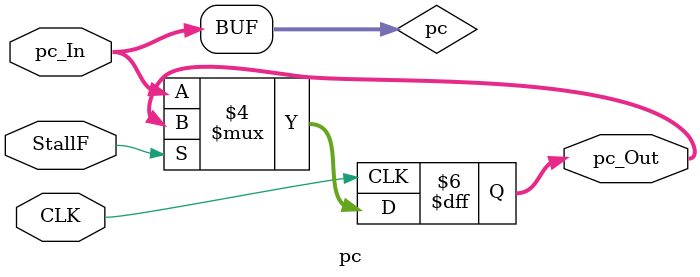
<source format=v>
`timescale 1ns / 1ps

module pc # (  parameter WL = 32 )
(
    input CLK,
    input StallF,
    input [WL - 1 : 0] pc_In,
    output reg [WL - 1 : 0] pc_Out
);
    wire [WL - 1 : 0] pc;
    assign pc = pc_In;
    
    initial pc_Out <= 0;
    
    always @ (posedge CLK)
    begin
        if(!StallF)pc_Out <= pc_In;
    end
    
endmodule

</source>
